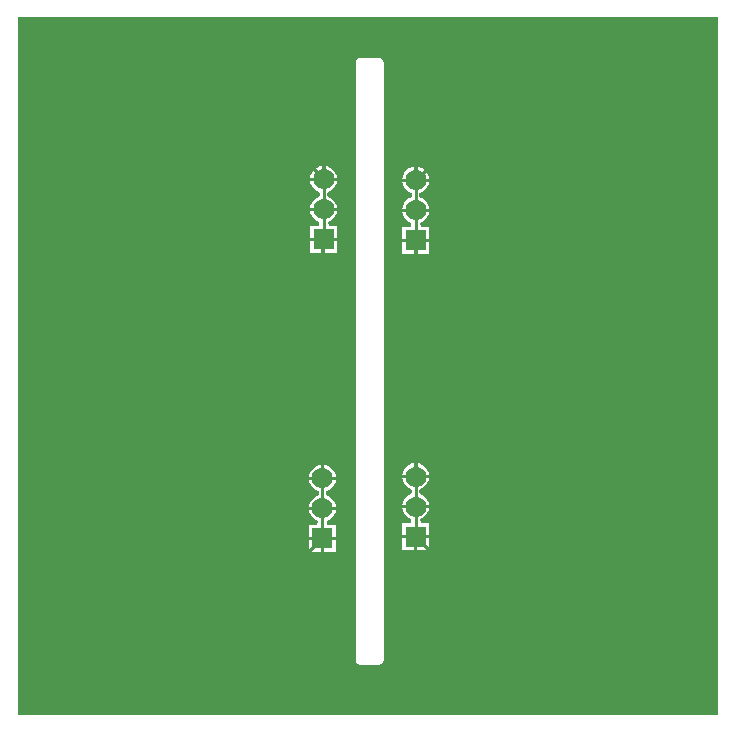
<source format=gtl>
G04 Layer_Physical_Order=1*
G04 Layer_Color=255*
%FSLAX44Y44*%
%MOMM*%
G71*
G01*
G75*
%ADD10C,0.2540*%
%ADD11C,1.7780*%
%ADD12R,1.7780X1.7780*%
G36*
X2287105Y1294895D02*
X1693895D01*
Y1885105D01*
X2287105D01*
Y1294895D01*
D02*
G37*
%LPC*%
G36*
X1954270Y1759361D02*
Y1749270D01*
X1964361D01*
X1964136Y1750984D01*
X1962984Y1753764D01*
X1961152Y1756152D01*
X1958764Y1757984D01*
X1955984Y1759136D01*
X1954270Y1759361D01*
D02*
G37*
G36*
X1951730D02*
X1950016Y1759136D01*
X1947236Y1757984D01*
X1944848Y1756152D01*
X1943016Y1753764D01*
X1941864Y1750984D01*
X1941639Y1749270D01*
X1951730D01*
Y1759361D01*
D02*
G37*
G36*
X2032270Y1758761D02*
Y1748670D01*
X2042361D01*
X2042136Y1750384D01*
X2040984Y1753164D01*
X2039152Y1755552D01*
X2036764Y1757384D01*
X2033984Y1758536D01*
X2032270Y1758761D01*
D02*
G37*
G36*
X2029730D02*
X2028016Y1758536D01*
X2025236Y1757384D01*
X2022848Y1755552D01*
X2021016Y1753164D01*
X2019864Y1750384D01*
X2019639Y1748670D01*
X2029730D01*
Y1758761D01*
D02*
G37*
G36*
X1964361Y1746730D02*
X1941639D01*
X1941864Y1745016D01*
X1943016Y1742236D01*
X1944848Y1739848D01*
X1947236Y1738016D01*
X1950016Y1736864D01*
X1950022Y1736863D01*
Y1733737D01*
X1950016Y1733736D01*
X1947236Y1732584D01*
X1944848Y1730752D01*
X1943016Y1728364D01*
X1941864Y1725584D01*
X1941639Y1723870D01*
X1964361D01*
X1964136Y1725584D01*
X1962984Y1728364D01*
X1961152Y1730752D01*
X1958764Y1732584D01*
X1955984Y1733736D01*
X1955977Y1733737D01*
Y1736863D01*
X1955984Y1736864D01*
X1958764Y1738016D01*
X1961152Y1739848D01*
X1962984Y1742236D01*
X1964136Y1745016D01*
X1964361Y1746730D01*
D02*
G37*
G36*
X2042361Y1746130D02*
X2019639D01*
X2019864Y1744416D01*
X2021016Y1741636D01*
X2022848Y1739248D01*
X2025236Y1737416D01*
X2028016Y1736264D01*
X2028022Y1736263D01*
Y1733137D01*
X2028016Y1733136D01*
X2025236Y1731984D01*
X2022848Y1730152D01*
X2021016Y1727764D01*
X2019864Y1724984D01*
X2019639Y1723270D01*
X2042361D01*
X2042136Y1724984D01*
X2040984Y1727764D01*
X2039152Y1730152D01*
X2036764Y1731984D01*
X2033984Y1733136D01*
X2033978Y1733137D01*
Y1736263D01*
X2033984Y1736264D01*
X2036764Y1737416D01*
X2039152Y1739248D01*
X2040984Y1741636D01*
X2042136Y1744416D01*
X2042361Y1746130D01*
D02*
G37*
G36*
X1964361Y1721330D02*
X1941639D01*
X1941864Y1719616D01*
X1943016Y1716836D01*
X1944848Y1714448D01*
X1947236Y1712616D01*
X1949375Y1711730D01*
X1948758Y1708630D01*
X1941570D01*
Y1698470D01*
X1964430D01*
Y1708630D01*
X1957242D01*
X1956626Y1711730D01*
X1958764Y1712616D01*
X1961152Y1714448D01*
X1962984Y1716836D01*
X1964136Y1719616D01*
X1964361Y1721330D01*
D02*
G37*
G36*
X2042361Y1720730D02*
X2019639D01*
X2019864Y1719016D01*
X2021016Y1716236D01*
X2022848Y1713848D01*
X2025236Y1712016D01*
X2027375Y1711130D01*
X2026758Y1708030D01*
X2019570D01*
Y1697870D01*
X2042430D01*
Y1708030D01*
X2035242D01*
X2034626Y1711130D01*
X2036764Y1712016D01*
X2039152Y1713848D01*
X2040984Y1716236D01*
X2042136Y1719016D01*
X2042361Y1720730D01*
D02*
G37*
G36*
X1964430Y1695930D02*
X1954270D01*
Y1685770D01*
X1964430D01*
Y1695930D01*
D02*
G37*
G36*
X1951730D02*
X1941570D01*
Y1685770D01*
X1951730D01*
Y1695930D01*
D02*
G37*
G36*
X2042430Y1695330D02*
X2032270D01*
Y1685170D01*
X2042430D01*
Y1695330D01*
D02*
G37*
G36*
X2029730D02*
X2019570D01*
Y1685170D01*
X2029730D01*
Y1695330D01*
D02*
G37*
G36*
X2032270Y1507761D02*
Y1497670D01*
X2042361D01*
X2042136Y1499384D01*
X2040984Y1502164D01*
X2039152Y1504552D01*
X2036764Y1506384D01*
X2033984Y1507536D01*
X2032270Y1507761D01*
D02*
G37*
G36*
X2029730D02*
X2028016Y1507536D01*
X2025236Y1506384D01*
X2022848Y1504552D01*
X2021016Y1502164D01*
X2019864Y1499384D01*
X2019639Y1497670D01*
X2029730D01*
Y1507761D01*
D02*
G37*
G36*
X1953270Y1506361D02*
Y1496270D01*
X1963361D01*
X1963136Y1497984D01*
X1961984Y1500764D01*
X1960152Y1503152D01*
X1957764Y1504984D01*
X1954984Y1506136D01*
X1953270Y1506361D01*
D02*
G37*
G36*
X1950730D02*
X1949016Y1506136D01*
X1946236Y1504984D01*
X1943848Y1503152D01*
X1942016Y1500764D01*
X1940864Y1497984D01*
X1940639Y1496270D01*
X1950730D01*
Y1506361D01*
D02*
G37*
G36*
X2042361Y1495130D02*
X2019639D01*
X2019864Y1493416D01*
X2021016Y1490636D01*
X2022848Y1488248D01*
X2025236Y1486416D01*
X2028016Y1485264D01*
X2028022Y1485263D01*
Y1482137D01*
X2028016Y1482136D01*
X2025236Y1480984D01*
X2022848Y1479152D01*
X2021016Y1476764D01*
X2019864Y1473984D01*
X2019639Y1472270D01*
X2042361D01*
X2042136Y1473984D01*
X2040984Y1476764D01*
X2039152Y1479152D01*
X2036764Y1480984D01*
X2033984Y1482136D01*
X2033978Y1482137D01*
Y1485263D01*
X2033984Y1485264D01*
X2036764Y1486416D01*
X2039152Y1488248D01*
X2040984Y1490636D01*
X2042136Y1493416D01*
X2042361Y1495130D01*
D02*
G37*
G36*
X1963361Y1493730D02*
X1940639D01*
X1940864Y1492016D01*
X1942016Y1489236D01*
X1943848Y1486848D01*
X1946236Y1485016D01*
X1949016Y1483864D01*
X1949023Y1483863D01*
Y1480737D01*
X1949016Y1480736D01*
X1946236Y1479584D01*
X1943848Y1477752D01*
X1942016Y1475364D01*
X1940864Y1472584D01*
X1940639Y1470870D01*
X1963361D01*
X1963136Y1472584D01*
X1961984Y1475364D01*
X1960152Y1477752D01*
X1957764Y1479584D01*
X1954984Y1480736D01*
X1954978Y1480737D01*
Y1483863D01*
X1954984Y1483864D01*
X1957764Y1485016D01*
X1960152Y1486848D01*
X1961984Y1489236D01*
X1963136Y1492016D01*
X1963361Y1493730D01*
D02*
G37*
G36*
X2042361Y1469730D02*
X2019639D01*
X2019864Y1468016D01*
X2021016Y1465236D01*
X2022848Y1462848D01*
X2025236Y1461016D01*
X2027375Y1460130D01*
X2026758Y1457030D01*
X2019570D01*
Y1446870D01*
X2042430D01*
Y1457030D01*
X2035242D01*
X2034626Y1460130D01*
X2036764Y1461016D01*
X2039152Y1462848D01*
X2040984Y1465236D01*
X2042136Y1468016D01*
X2042361Y1469730D01*
D02*
G37*
G36*
X1963361Y1468330D02*
X1940639D01*
X1940864Y1466616D01*
X1942016Y1463836D01*
X1943848Y1461448D01*
X1946236Y1459616D01*
X1948374Y1458730D01*
X1947758Y1455630D01*
X1940570D01*
Y1445470D01*
X1963430D01*
Y1455630D01*
X1956242D01*
X1955625Y1458730D01*
X1957764Y1459616D01*
X1960152Y1461448D01*
X1961984Y1463836D01*
X1963136Y1466616D01*
X1963361Y1468330D01*
D02*
G37*
G36*
X2042430Y1444330D02*
X2032270D01*
Y1434170D01*
X2042430D01*
Y1444330D01*
D02*
G37*
G36*
X2029730D02*
X2019570D01*
Y1434170D01*
X2029730D01*
Y1444330D01*
D02*
G37*
G36*
X1963430Y1442930D02*
X1953270D01*
Y1432770D01*
X1963430D01*
Y1442930D01*
D02*
G37*
G36*
X1950730D02*
X1940570D01*
Y1432770D01*
X1950730D01*
Y1442930D01*
D02*
G37*
G36*
X2000000Y1850895D02*
X1984000D01*
X1982509Y1850598D01*
X1981246Y1849754D01*
X1980402Y1848490D01*
X1980105Y1847000D01*
X1980304Y1846000D01*
X1980105Y1845000D01*
Y1341000D01*
X1980402Y1339509D01*
X1981246Y1338246D01*
X1982509Y1337402D01*
X1984000Y1337105D01*
X2000000D01*
X2001490Y1337402D01*
X2002754Y1338246D01*
X2003598Y1339509D01*
X2003895Y1341000D01*
Y1568000D01*
Y1847000D01*
X2003598Y1848490D01*
X2002754Y1849754D01*
X2001490Y1850598D01*
X2000000Y1850895D01*
D02*
G37*
%LPD*%
D10*
X1992802Y1863000D02*
X1994802Y1865000D01*
X1982000Y1863000D02*
X1992802D01*
X1963450Y1844450D02*
X1982000Y1863000D01*
X1953000Y1823198D02*
X1963450Y1833649D01*
Y1844450D01*
X1994802Y1865000D02*
X2013000D01*
X1952000Y1696200D02*
X1953000Y1697200D01*
X1952000Y1495000D02*
Y1696200D01*
X2031000Y1496400D02*
Y1696600D01*
Y1445600D02*
X2130600Y1346000D01*
X2241000D01*
X2031000Y1445600D02*
Y1471000D01*
Y1496400D01*
X1953000Y1748000D02*
Y1823198D01*
X2013000Y1865000D02*
X2031000Y1847000D01*
Y1747400D02*
Y1847000D01*
Y1696600D02*
Y1722000D01*
Y1747400D01*
X1953000Y1697200D02*
Y1722600D01*
Y1748000D01*
X2031000Y1747400D02*
X2138600Y1855000D01*
X2255000D01*
X1846000D02*
X1953000Y1748000D01*
X1725000Y1855000D02*
X1846000D01*
X1952000Y1469600D02*
Y1495000D01*
Y1444200D02*
Y1469600D01*
X1832800Y1325000D02*
X1952000Y1444200D01*
X1725000Y1325000D02*
X1832800D01*
D11*
X2031000Y1747400D02*
D03*
Y1722000D02*
D03*
X1953000Y1748000D02*
D03*
Y1722600D02*
D03*
X2031000Y1496400D02*
D03*
Y1471000D02*
D03*
X1952000Y1495000D02*
D03*
Y1469600D02*
D03*
D12*
X2031000Y1696600D02*
D03*
X1953000Y1697200D02*
D03*
X2031000Y1445600D02*
D03*
X1952000Y1444200D02*
D03*
M02*

</source>
